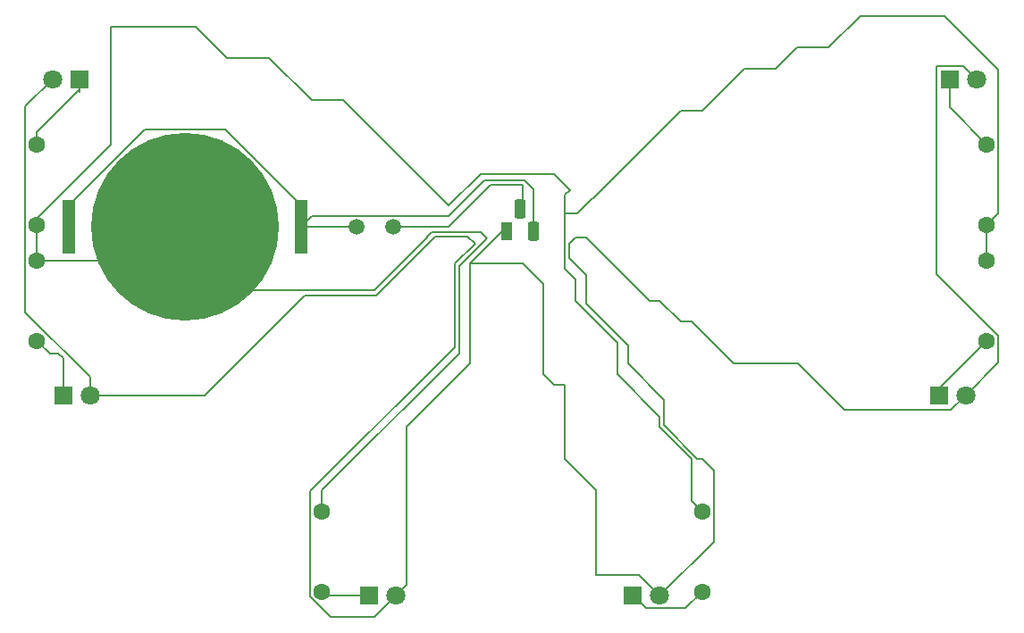
<source format=gtl>
G04 #@! TF.GenerationSoftware,KiCad,Pcbnew,9.0.2*
G04 #@! TF.CreationDate,2025-06-05T15:07:43-05:00*
G04 #@! TF.ProjectId,bow,626f772e-6b69-4636-9164-5f7063625858,rev?*
G04 #@! TF.SameCoordinates,Original*
G04 #@! TF.FileFunction,Copper,L1,Top*
G04 #@! TF.FilePolarity,Positive*
%FSLAX46Y46*%
G04 Gerber Fmt 4.6, Leading zero omitted, Abs format (unit mm)*
G04 Created by KiCad (PCBNEW 9.0.2) date 2025-06-05 15:07:43*
%MOMM*%
%LPD*%
G01*
G04 APERTURE LIST*
G04 Aperture macros list*
%AMRoundRect*
0 Rectangle with rounded corners*
0 $1 Rounding radius*
0 $2 $3 $4 $5 $6 $7 $8 $9 X,Y pos of 4 corners*
0 Add a 4 corners polygon primitive as box body*
4,1,4,$2,$3,$4,$5,$6,$7,$8,$9,$2,$3,0*
0 Add four circle primitives for the rounded corners*
1,1,$1+$1,$2,$3*
1,1,$1+$1,$4,$5*
1,1,$1+$1,$6,$7*
1,1,$1+$1,$8,$9*
0 Add four rect primitives between the rounded corners*
20,1,$1+$1,$2,$3,$4,$5,0*
20,1,$1+$1,$4,$5,$6,$7,0*
20,1,$1+$1,$6,$7,$8,$9,0*
20,1,$1+$1,$8,$9,$2,$3,0*%
G04 Aperture macros list end*
G04 #@! TA.AperFunction,ComponentPad*
%ADD10C,1.600000*%
G04 #@! TD*
G04 #@! TA.AperFunction,ComponentPad*
%ADD11C,1.500000*%
G04 #@! TD*
G04 #@! TA.AperFunction,ComponentPad*
%ADD12R,1.100000X1.800000*%
G04 #@! TD*
G04 #@! TA.AperFunction,ComponentPad*
%ADD13RoundRect,0.275000X-0.275000X-0.625000X0.275000X-0.625000X0.275000X0.625000X-0.275000X0.625000X0*%
G04 #@! TD*
G04 #@! TA.AperFunction,ComponentPad*
%ADD14R,1.800000X1.800000*%
G04 #@! TD*
G04 #@! TA.AperFunction,ComponentPad*
%ADD15C,1.800000*%
G04 #@! TD*
G04 #@! TA.AperFunction,SMDPad,CuDef*
%ADD16R,1.270000X5.080000*%
G04 #@! TD*
G04 #@! TA.AperFunction,SMDPad,CuDef*
%ADD17C,17.800000*%
G04 #@! TD*
G04 #@! TA.AperFunction,Conductor*
%ADD18C,0.200000*%
G04 #@! TD*
G04 APERTURE END LIST*
D10*
G04 #@! TO.P,R4,1*
G04 #@! TO.N,Net-(D4-K)*
X264000000Y-96810000D03*
G04 #@! TO.P,R4,2*
G04 #@! TO.N,Net-(BT1--)*
X264000000Y-89190000D03*
G04 #@! TD*
G04 #@! TO.P,R3,2*
G04 #@! TO.N,Net-(BT1--)*
X264000000Y-85810000D03*
G04 #@! TO.P,R3,1*
G04 #@! TO.N,Net-(D3-K)*
X264000000Y-78190000D03*
G04 #@! TD*
G04 #@! TO.P,R1,2*
G04 #@! TO.N,Net-(BT1--)*
X174000000Y-85810000D03*
G04 #@! TO.P,R1,1*
G04 #@! TO.N,Net-(D1-K)*
X174000000Y-78190000D03*
G04 #@! TD*
G04 #@! TO.P,R2,2*
G04 #@! TO.N,Net-(BT1--)*
X174000000Y-89190000D03*
G04 #@! TO.P,R2,1*
G04 #@! TO.N,Net-(D2-K)*
X174000000Y-96810000D03*
G04 #@! TD*
D11*
G04 #@! TO.P,R7,1*
G04 #@! TO.N,Net-(BT1-+)*
X204300000Y-86000000D03*
G04 #@! TO.P,R7,2*
G04 #@! TO.N,Net-(Q1-B)*
X207700000Y-86000000D03*
G04 #@! TD*
D10*
G04 #@! TO.P,R6,1*
G04 #@! TO.N,Net-(D6-K)*
X237000000Y-120620000D03*
G04 #@! TO.P,R6,2*
G04 #@! TO.N,Net-(BT1--)*
X237000000Y-113000000D03*
G04 #@! TD*
G04 #@! TO.P,R5,1*
G04 #@! TO.N,Net-(D5-K)*
X201000000Y-120620000D03*
G04 #@! TO.P,R5,2*
G04 #@! TO.N,Net-(BT1--)*
X201000000Y-113000000D03*
G04 #@! TD*
D12*
G04 #@! TO.P,Q1,1,C*
G04 #@! TO.N,Net-(D1-A)*
X218460000Y-86400000D03*
D13*
G04 #@! TO.P,Q1,2,B*
G04 #@! TO.N,Net-(Q1-B)*
X219730000Y-84330000D03*
G04 #@! TO.P,Q1,3,E*
G04 #@! TO.N,Net-(BT1-+)*
X221000000Y-86400000D03*
G04 #@! TD*
D14*
G04 #@! TO.P,D6,1,K*
G04 #@! TO.N,Net-(D6-K)*
X230460000Y-121000000D03*
D15*
G04 #@! TO.P,D6,2,A*
G04 #@! TO.N,Net-(D1-A)*
X233000000Y-121000000D03*
G04 #@! TD*
D14*
G04 #@! TO.P,D5,1,K*
G04 #@! TO.N,Net-(D5-K)*
X205460000Y-121000000D03*
D15*
G04 #@! TO.P,D5,2,A*
G04 #@! TO.N,Net-(D1-A)*
X208000000Y-121000000D03*
G04 #@! TD*
D14*
G04 #@! TO.P,D4,1,K*
G04 #@! TO.N,Net-(D4-K)*
X259460000Y-102000000D03*
D15*
G04 #@! TO.P,D4,2,A*
G04 #@! TO.N,Net-(D1-A)*
X262000000Y-102000000D03*
G04 #@! TD*
D14*
G04 #@! TO.P,D3,1,K*
G04 #@! TO.N,Net-(D3-K)*
X260460000Y-72000000D03*
D15*
G04 #@! TO.P,D3,2,A*
G04 #@! TO.N,Net-(D1-A)*
X263000000Y-72000000D03*
G04 #@! TD*
D14*
G04 #@! TO.P,D1,1,K*
G04 #@! TO.N,Net-(D1-K)*
X178000000Y-72000000D03*
D15*
G04 #@! TO.P,D1,2,A*
G04 #@! TO.N,Net-(D1-A)*
X175460000Y-72000000D03*
G04 #@! TD*
D16*
G04 #@! TO.P,BT1,1,+*
G04 #@! TO.N,Net-(BT1-+)*
X177015000Y-86000000D03*
X198985000Y-86000000D03*
D17*
G04 #@! TO.P,BT1,2,-*
G04 #@! TO.N,Net-(BT1--)*
X188000000Y-86000000D03*
G04 #@! TD*
D14*
G04 #@! TO.P,D2,1,K*
G04 #@! TO.N,Net-(D2-K)*
X176460000Y-102000000D03*
D15*
G04 #@! TO.P,D2,2,A*
G04 #@! TO.N,Net-(D1-A)*
X179000000Y-102000000D03*
G04 #@! TD*
D18*
G04 #@! TO.N,Net-(BT1--)*
X226600000Y-83300000D02*
X225200000Y-84700000D01*
X224000000Y-90000000D02*
X224000000Y-84700000D01*
X226700000Y-83300000D02*
X226600000Y-83300000D01*
X235000000Y-75000000D02*
X226700000Y-83300000D01*
X225200000Y-84700000D02*
X224000000Y-84700000D01*
G04 #@! TO.N,Net-(D1-A)*
X189900000Y-102000000D02*
X179000000Y-102000000D01*
X199400000Y-92500000D02*
X189900000Y-102000000D01*
X206100000Y-92500000D02*
X199400000Y-92500000D01*
X211700000Y-86900000D02*
X206100000Y-92500000D01*
X214800000Y-86900000D02*
X211700000Y-86900000D01*
X215500000Y-87600000D02*
X214800000Y-86900000D01*
X213599000Y-89501000D02*
X215500000Y-87600000D01*
X213599000Y-97401000D02*
X213599000Y-89501000D01*
X199899000Y-111101000D02*
X213599000Y-97401000D01*
X199899000Y-121076050D02*
X199899000Y-111101000D01*
X201822950Y-123000000D02*
X199899000Y-121076050D01*
X206000000Y-123000000D02*
X201822950Y-123000000D01*
X208000000Y-121000000D02*
X206000000Y-123000000D01*
G04 #@! TO.N,Net-(BT1--)*
X194000000Y-92000000D02*
X188000000Y-86000000D01*
X206000000Y-92000000D02*
X194000000Y-92000000D01*
X211000000Y-87000000D02*
X206000000Y-92000000D01*
X211000000Y-86900000D02*
X211000000Y-87000000D01*
X216600000Y-87100000D02*
X216000000Y-86500000D01*
X214000000Y-89700000D02*
X216600000Y-87100000D01*
X214000000Y-98000000D02*
X214000000Y-89700000D01*
X211400000Y-86500000D02*
X211000000Y-86900000D01*
X201000000Y-113000000D02*
X201000000Y-111000000D01*
X201000000Y-111000000D02*
X214000000Y-98000000D01*
X216000000Y-86500000D02*
X211400000Y-86500000D01*
G04 #@! TO.N,Net-(D1-A)*
X179000000Y-100252950D02*
X179000000Y-102000000D01*
X172899000Y-94151950D02*
X179000000Y-100252950D01*
X172899000Y-74561000D02*
X172899000Y-94151950D01*
X175460000Y-72000000D02*
X172899000Y-74561000D01*
G04 #@! TO.N,Net-(D1-K)*
X174000000Y-77000000D02*
X174000000Y-78190000D01*
X178000000Y-73000000D02*
X174000000Y-77000000D01*
X178000000Y-72000000D02*
X178000000Y-73000000D01*
G04 #@! TO.N,Net-(BT1--)*
X174000000Y-85238000D02*
X174000000Y-85810000D01*
X181000000Y-78238000D02*
X174000000Y-85238000D01*
X181000000Y-67000000D02*
X181000000Y-78238000D01*
X184810000Y-89190000D02*
X188000000Y-86000000D01*
X174000000Y-89190000D02*
X184810000Y-89190000D01*
X174000000Y-89190000D02*
X174000000Y-85810000D01*
G04 #@! TO.N,Net-(D2-K)*
X176460000Y-98460000D02*
X176460000Y-102000000D01*
X176000000Y-98000000D02*
X176460000Y-98460000D01*
X175190000Y-98000000D02*
X176000000Y-98000000D01*
X174000000Y-96810000D02*
X175190000Y-98000000D01*
G04 #@! TO.N,Net-(BT1-+)*
X191811179Y-76799000D02*
X198985000Y-83972821D01*
X198985000Y-83972821D02*
X198985000Y-86000000D01*
X184188821Y-76799000D02*
X191811179Y-76799000D01*
X177015000Y-83972821D02*
X184188821Y-76799000D01*
X177015000Y-86000000D02*
X177015000Y-83972821D01*
G04 #@! TO.N,Net-(BT1--)*
X189000000Y-67000000D02*
X181000000Y-67000000D01*
X192000000Y-70000000D02*
X189000000Y-67000000D01*
X196000000Y-70000000D02*
X192000000Y-70000000D01*
X200000000Y-74000000D02*
X196000000Y-70000000D01*
X203000000Y-74000000D02*
X200000000Y-74000000D01*
X213000000Y-84000000D02*
X203000000Y-74000000D01*
X223000000Y-81000000D02*
X216000000Y-81000000D01*
X224500000Y-82500000D02*
X223000000Y-81000000D01*
X216000000Y-81000000D02*
X213000000Y-84000000D01*
G04 #@! TO.N,Net-(D1-A)*
X222000000Y-91460000D02*
X220000000Y-89460000D01*
X222000000Y-100000000D02*
X222000000Y-91460000D01*
X223000000Y-101000000D02*
X222000000Y-100000000D01*
X224000000Y-101000000D02*
X223000000Y-101000000D01*
X227000000Y-111000000D02*
X224000000Y-108000000D01*
X227000000Y-119000000D02*
X227000000Y-111000000D01*
X231000000Y-119000000D02*
X227000000Y-119000000D01*
X233000000Y-121000000D02*
X231000000Y-119000000D01*
X224000000Y-108000000D02*
X224000000Y-101000000D01*
G04 #@! TO.N,Net-(BT1--)*
X224000000Y-83000000D02*
X224500000Y-82500000D01*
X224000000Y-84700000D02*
X224000000Y-83000000D01*
X225000000Y-91000000D02*
X224000000Y-90000000D01*
X229000000Y-97000000D02*
X225000000Y-93000000D01*
X233000000Y-104000000D02*
X229000000Y-100000000D01*
X233000000Y-105000000D02*
X233000000Y-104000000D01*
X236000000Y-108000000D02*
X233000000Y-105000000D01*
X225000000Y-93000000D02*
X225000000Y-91000000D01*
X236000000Y-112000000D02*
X236000000Y-108000000D01*
X237000000Y-113000000D02*
X236000000Y-112000000D01*
X229000000Y-100000000D02*
X229000000Y-97000000D01*
X191000000Y-83000000D02*
X188000000Y-86000000D01*
X237000000Y-75000000D02*
X235000000Y-75000000D01*
X241000000Y-71000000D02*
X237000000Y-75000000D01*
X244000000Y-71000000D02*
X241000000Y-71000000D01*
X246000000Y-69000000D02*
X244000000Y-71000000D01*
X249000000Y-69000000D02*
X246000000Y-69000000D01*
X252000000Y-66000000D02*
X249000000Y-69000000D01*
X260000000Y-66000000D02*
X252000000Y-66000000D01*
G04 #@! TO.N,Net-(D1-K)*
X178000000Y-72000000D02*
X178000000Y-73190000D01*
G04 #@! TO.N,Net-(D4-K)*
X259460000Y-102000000D02*
X259810000Y-102000000D01*
G04 #@! TO.N,Net-(D5-K)*
X201380000Y-121000000D02*
X201000000Y-120620000D01*
X205460000Y-121000000D02*
X201380000Y-121000000D01*
G04 #@! TO.N,Net-(D6-K)*
X235419000Y-122201000D02*
X237000000Y-120620000D01*
X231661000Y-122201000D02*
X235419000Y-122201000D01*
X230460000Y-121000000D02*
X231661000Y-122201000D01*
G04 #@! TO.N,Net-(BT1-+)*
X213000000Y-85000000D02*
X212949000Y-84949000D01*
X212949000Y-84949000D02*
X200036000Y-84949000D01*
X216401000Y-81599000D02*
X213000000Y-85000000D01*
X220166100Y-81599000D02*
X216401000Y-81599000D01*
X200036000Y-84949000D02*
X198985000Y-86000000D01*
X221000000Y-82432900D02*
X220166100Y-81599000D01*
X221000000Y-86000000D02*
X221000000Y-82432900D01*
G04 #@! TO.N,Net-(D1-A)*
X209000000Y-120000000D02*
X208000000Y-121000000D01*
X215000000Y-99000000D02*
X209000000Y-105000000D01*
X209000000Y-105000000D02*
X209000000Y-120000000D01*
X215000000Y-89460000D02*
X215000000Y-99000000D01*
X218460000Y-86000000D02*
X215000000Y-89460000D01*
G04 #@! TO.N,Net-(Q1-B)*
X220000000Y-84460000D02*
X219730000Y-84730000D01*
X217000000Y-82000000D02*
X220000000Y-82000000D01*
X213000000Y-86000000D02*
X217000000Y-82000000D01*
X220000000Y-82000000D02*
X220000000Y-84460000D01*
X207700000Y-86000000D02*
X213000000Y-86000000D01*
G04 #@! TO.N,Net-(BT1-+)*
X204300000Y-86000000D02*
X198985000Y-86000000D01*
G04 #@! TO.N,Net-(D1-A)*
X215000000Y-89460000D02*
X220000000Y-89460000D01*
G04 #@! TO.N,Net-(D4-K)*
X259460000Y-102000000D02*
X259460000Y-101350000D01*
X259460000Y-101350000D02*
X264000000Y-96810000D01*
G04 #@! TO.N,Net-(BT1--)*
X264000000Y-89190000D02*
X264000000Y-85810000D01*
X264000000Y-85810000D02*
X265101000Y-84709000D01*
X265101000Y-84709000D02*
X265101000Y-71101000D01*
X265101000Y-71101000D02*
X260000000Y-66000000D01*
G04 #@! TO.N,Net-(D3-K)*
X260460000Y-72000000D02*
X260460000Y-74650000D01*
X260460000Y-74650000D02*
X264000000Y-78190000D01*
G04 #@! TO.N,Net-(D1-A)*
X259259000Y-90511950D02*
X265101000Y-96353950D01*
X263000000Y-72000000D02*
X261799000Y-70799000D01*
X265101000Y-96353950D02*
X265101000Y-98899000D01*
X259259000Y-70799000D02*
X259259000Y-90511950D01*
X261799000Y-70799000D02*
X259259000Y-70799000D01*
X265101000Y-98899000D02*
X262000000Y-102000000D01*
X233000000Y-121000000D02*
X238101000Y-115899000D01*
X238101000Y-109101000D02*
X237000000Y-108000000D01*
X238101000Y-115899000D02*
X238101000Y-109101000D01*
X237000000Y-108000000D02*
X236567100Y-108000000D01*
X236000000Y-95000000D02*
X240000000Y-99000000D01*
X230000000Y-99000000D02*
X230000000Y-97300000D01*
X236567100Y-108000000D02*
X233401000Y-104833900D01*
X233401000Y-104833900D02*
X233401000Y-102401000D01*
X233401000Y-102401000D02*
X230000000Y-99000000D01*
X230000000Y-97300000D02*
X226000000Y-93300000D01*
X226000000Y-93300000D02*
X226000000Y-90599000D01*
X226000000Y-90599000D02*
X224401000Y-89000000D01*
X224401000Y-89000000D02*
X224401000Y-87599000D01*
X224401000Y-87599000D02*
X225000000Y-87000000D01*
X225000000Y-87000000D02*
X226000000Y-87000000D01*
X226000000Y-87000000D02*
X232000000Y-93000000D01*
X232000000Y-93000000D02*
X233000000Y-93000000D01*
X233000000Y-93000000D02*
X235000000Y-95000000D01*
X235000000Y-95000000D02*
X236000000Y-95000000D01*
X240000000Y-99000000D02*
X246100000Y-99000000D01*
X246100000Y-99000000D02*
X250500000Y-103400000D01*
X250500000Y-103400000D02*
X260600000Y-103400000D01*
X260600000Y-103400000D02*
X262000000Y-102000000D01*
G04 #@! TD*
M02*

</source>
